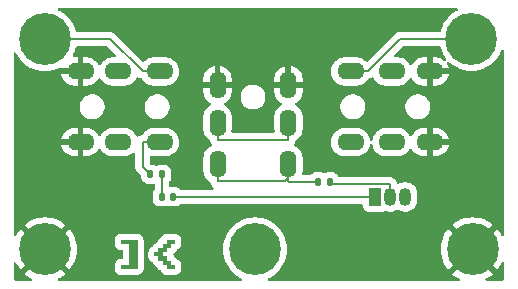
<source format=gbr>
%TF.GenerationSoftware,KiCad,Pcbnew,8.0.7+1*%
%TF.CreationDate,2025-02-03T22:01:07+01:00*%
%TF.ProjectId,passiveVCA,70617373-6976-4655-9643-412e6b696361,rev?*%
%TF.SameCoordinates,Original*%
%TF.FileFunction,Copper,L1,Top*%
%TF.FilePolarity,Positive*%
%FSLAX46Y46*%
G04 Gerber Fmt 4.6, Leading zero omitted, Abs format (unit mm)*
G04 Created by KiCad (PCBNEW 8.0.7+1) date 2025-02-03 22:01:07*
%MOMM*%
%LPD*%
G01*
G04 APERTURE LIST*
G04 Aperture macros list*
%AMRoundRect*
0 Rectangle with rounded corners*
0 $1 Rounding radius*
0 $2 $3 $4 $5 $6 $7 $8 $9 X,Y pos of 4 corners*
0 Add a 4 corners polygon primitive as box body*
4,1,4,$2,$3,$4,$5,$6,$7,$8,$9,$2,$3,0*
0 Add four circle primitives for the rounded corners*
1,1,$1+$1,$2,$3*
1,1,$1+$1,$4,$5*
1,1,$1+$1,$6,$7*
1,1,$1+$1,$8,$9*
0 Add four rect primitives between the rounded corners*
20,1,$1+$1,$2,$3,$4,$5,0*
20,1,$1+$1,$4,$5,$6,$7,0*
20,1,$1+$1,$6,$7,$8,$9,0*
20,1,$1+$1,$8,$9,$2,$3,0*%
G04 Aperture macros list end*
%TA.AperFunction,EtchedComponent*%
%ADD10C,0.000000*%
%TD*%
%TA.AperFunction,ComponentPad*%
%ADD11C,2.600000*%
%TD*%
%TA.AperFunction,ConnectorPad*%
%ADD12C,4.400000*%
%TD*%
%TA.AperFunction,ComponentPad*%
%ADD13O,2.300000X1.400000*%
%TD*%
%TA.AperFunction,ComponentPad*%
%ADD14O,1.400000X2.300000*%
%TD*%
%TA.AperFunction,SMDPad,CuDef*%
%ADD15RoundRect,0.135000X-0.135000X-0.185000X0.135000X-0.185000X0.135000X0.185000X-0.135000X0.185000X0*%
%TD*%
%TA.AperFunction,ComponentPad*%
%ADD16O,1.050000X1.500000*%
%TD*%
%TA.AperFunction,ComponentPad*%
%ADD17R,1.050000X1.500000*%
%TD*%
%TA.AperFunction,SMDPad,CuDef*%
%ADD18RoundRect,0.140000X-0.140000X-0.170000X0.140000X-0.170000X0.140000X0.170000X-0.140000X0.170000X0*%
%TD*%
%TA.AperFunction,Conductor*%
%ADD19C,0.200000*%
%TD*%
G04 APERTURE END LIST*
D10*
%TA.AperFunction,EtchedComponent*%
%TO.C,REF\u002A\u002A*%
G36*
X99911426Y-90341793D02*
G01*
X99557855Y-90341793D01*
X99557855Y-90695358D01*
X99204284Y-90695358D01*
X99204284Y-91048924D01*
X98850714Y-91048924D01*
X98850714Y-91402490D01*
X99204284Y-91402490D01*
X99204284Y-91756055D01*
X99557855Y-91756055D01*
X99557855Y-92109621D01*
X99911426Y-92109621D01*
X99911426Y-92463187D01*
X99204284Y-92463187D01*
X99204284Y-92109621D01*
X98850714Y-92109621D01*
X98850714Y-91756055D01*
X98497143Y-91756055D01*
X98497143Y-91402490D01*
X98143572Y-91402490D01*
X98143572Y-91048924D01*
X98497143Y-91048924D01*
X98497143Y-90695358D01*
X98850714Y-90695358D01*
X98850714Y-90341793D01*
X99204284Y-90341793D01*
X99204284Y-89988227D01*
X99911426Y-89988227D01*
X99911426Y-90341793D01*
G37*
%TD.AperFunction*%
%TA.AperFunction,EtchedComponent*%
G36*
X96729287Y-92463227D02*
G01*
X95314999Y-92463227D01*
X95314999Y-92109661D01*
X96022140Y-92109661D01*
X96022140Y-90341813D01*
X95314999Y-90341813D01*
X95314999Y-89988227D01*
X96729287Y-89988227D01*
X96729287Y-92463227D01*
G37*
%TD.AperFunction*%
%TD*%
D11*
%TO.P,H5,1,1*%
%TO.N,GND*%
X88900000Y-90805000D03*
D12*
X88900000Y-90805000D03*
%TD*%
D11*
%TO.P,H4,1,1*%
%TO.N,GND*%
X125095000Y-90805000D03*
D12*
X125095000Y-90805000D03*
%TD*%
D11*
%TO.P,H3,1,1*%
%TO.N,Net-(Q1-E)*%
X125000000Y-73000000D03*
D12*
X125000000Y-73000000D03*
%TD*%
D11*
%TO.P,H2,1,1*%
%TO.N,Net-(H2-Pad1)*%
X106680000Y-90805000D03*
D12*
X106680000Y-90805000D03*
%TD*%
%TO.P,H1,1,1*%
%TO.N,Net-(H1-Pad1)*%
X88900000Y-73025000D03*
D11*
X88900000Y-73025000D03*
%TD*%
D13*
%TO.P,U3,1,1*%
%TO.N,GND*%
X121460013Y-75740000D03*
%TO.P,U3,2,2*%
%TO.N,unconnected-(U3-Pad2)*%
X118260114Y-75740000D03*
%TO.P,U3,3,3*%
%TO.N,Net-(Q1-E)*%
X114759987Y-75740000D03*
X114759987Y-81740000D03*
%TO.P,U3,2,2*%
%TO.N,unconnected-(U3-Pad2)*%
X118260114Y-81740000D03*
%TO.P,U3,1,1*%
%TO.N,GND*%
X121460013Y-81740000D03*
%TD*%
D14*
%TO.P,U2,1,1*%
%TO.N,GND*%
X109500000Y-76899987D03*
%TO.P,U2,2,2*%
%TO.N,unconnected-(U2-Pad2)*%
X109500000Y-80099886D03*
%TO.P,U2,3,3*%
%TO.N,Net-(H2-Pad1)*%
X109500000Y-83600013D03*
X103500000Y-83600013D03*
%TO.P,U2,2,2*%
%TO.N,unconnected-(U2-Pad2)*%
X103500000Y-80099886D03*
%TO.P,U2,1,1*%
%TO.N,GND*%
X103500000Y-76899987D03*
%TD*%
D15*
%TO.P,R1,1*%
%TO.N,Net-(H1-Pad1)*%
X97790000Y-84455000D03*
%TO.P,R1,2*%
%TO.N,Net-(C1-Pad1)*%
X98810000Y-84455000D03*
%TD*%
D16*
%TO.P,Q1,3,E*%
%TO.N,Net-(Q1-E)*%
X119380000Y-86360000D03*
%TO.P,Q1,2,B*%
%TO.N,Net-(Q1-B)*%
X118110000Y-86360000D03*
D17*
%TO.P,Q1,1,C*%
%TO.N,Net-(Q1-C)*%
X116840000Y-86360000D03*
%TD*%
D15*
%TO.P,R2,1*%
%TO.N,Net-(H2-Pad1)*%
X112010000Y-85090000D03*
%TO.P,R2,2*%
%TO.N,Net-(Q1-B)*%
X113030000Y-85090000D03*
%TD*%
D18*
%TO.P,C1,1*%
%TO.N,Net-(C1-Pad1)*%
X98810000Y-86360000D03*
%TO.P,C1,2*%
%TO.N,Net-(Q1-C)*%
X99770000Y-86360000D03*
%TD*%
D13*
%TO.P,U1,1,1*%
%TO.N,GND*%
X91900087Y-81740000D03*
%TO.P,U1,2,2*%
%TO.N,unconnected-(U1-Pad2)*%
X95099986Y-81740000D03*
%TO.P,U1,3,3*%
%TO.N,Net-(H1-Pad1)*%
X98600113Y-81740000D03*
X98600113Y-75740000D03*
%TO.P,U1,2,2*%
%TO.N,unconnected-(U1-Pad2)*%
X95099986Y-75740000D03*
%TO.P,U1,1,1*%
%TO.N,GND*%
X91900087Y-75740000D03*
%TD*%
D19*
%TO.N,Net-(H2-Pad1)*%
X109538300Y-85090000D02*
X109500000Y-85051700D01*
X112010000Y-85090000D02*
X109538300Y-85090000D01*
X109500000Y-83600000D02*
X109500000Y-84800800D01*
X109500000Y-84800800D02*
X109500000Y-85051700D01*
X109249100Y-85051700D02*
X103500000Y-85051700D01*
X109500000Y-84800800D02*
X109249100Y-85051700D01*
X103500000Y-83600000D02*
X103500000Y-85051700D01*
%TO.N,Net-(H1-Pad1)*%
X97148400Y-83813400D02*
X97790000Y-84455000D01*
X97148400Y-81740000D02*
X97148400Y-83813400D01*
X98600100Y-81740000D02*
X97148400Y-81740000D01*
X94433400Y-73025000D02*
X88900000Y-73025000D01*
X97148400Y-75740000D02*
X94433400Y-73025000D01*
X98600100Y-75740000D02*
X97148400Y-75740000D01*
%TO.N,unconnected-(U2-Pad2)*%
X109500000Y-81551600D02*
X103500000Y-81551600D01*
X109500000Y-80099900D02*
X109500000Y-81551600D01*
X103500000Y-80099900D02*
X103500000Y-81551600D01*
%TO.N,Net-(Q1-B)*%
X113248300Y-85308300D02*
X113030000Y-85090000D01*
X118110000Y-85308300D02*
X113248300Y-85308300D01*
X118110000Y-86360000D02*
X118110000Y-85308300D01*
%TO.N,Net-(Q1-E)*%
X118951700Y-73000000D02*
X125000000Y-73000000D01*
X116211700Y-75740000D02*
X118951700Y-73000000D01*
X114760000Y-75740000D02*
X116211700Y-75740000D01*
%TO.N,Net-(Q1-C)*%
X99770000Y-86360000D02*
X116840000Y-86360000D01*
%TO.N,Net-(C1-Pad1)*%
X98810000Y-86360000D02*
X98810000Y-84455000D01*
%TD*%
%TA.AperFunction,Conductor*%
%TO.N,GND*%
G36*
X88060967Y-91521602D02*
G01*
X88183398Y-91644033D01*
X88317262Y-91741290D01*
X87175030Y-92883522D01*
X87175030Y-92883523D01*
X87363423Y-93031118D01*
X87642956Y-93200101D01*
X87642958Y-93200102D01*
X87736993Y-93242424D01*
X87790047Y-93287888D01*
X87810100Y-93354819D01*
X87790784Y-93421965D01*
X87738233Y-93468010D01*
X87686102Y-93479500D01*
X86454642Y-93479500D01*
X86387603Y-93459815D01*
X86366961Y-93443181D01*
X86261819Y-93338039D01*
X86228334Y-93276716D01*
X86225500Y-93250358D01*
X86225500Y-92018898D01*
X86245185Y-91951859D01*
X86297989Y-91906104D01*
X86367147Y-91896160D01*
X86430703Y-91925185D01*
X86462576Y-91968007D01*
X86504897Y-92062041D01*
X86504898Y-92062043D01*
X86673881Y-92341576D01*
X86821476Y-92529968D01*
X87963708Y-91387736D01*
X88060967Y-91521602D01*
G37*
%TD.AperFunction*%
%TA.AperFunction,Conductor*%
G36*
X123796373Y-70370185D02*
G01*
X123842128Y-70422989D01*
X123852072Y-70492147D01*
X123823047Y-70555703D01*
X123780225Y-70587575D01*
X123742721Y-70604455D01*
X123701368Y-70629454D01*
X123463131Y-70773473D01*
X123205960Y-70974954D01*
X122974954Y-71205960D01*
X122773473Y-71463131D01*
X122604454Y-71742723D01*
X122604453Y-71742725D01*
X122574228Y-71809882D01*
X122550767Y-71862012D01*
X122470372Y-72040642D01*
X122470366Y-72040657D01*
X122385692Y-72312390D01*
X122346955Y-72370538D01*
X122282930Y-72398512D01*
X122267307Y-72399500D01*
X119030757Y-72399500D01*
X118872643Y-72399500D01*
X118719915Y-72440423D01*
X118719914Y-72440423D01*
X118719912Y-72440424D01*
X118719909Y-72440425D01*
X118669796Y-72469359D01*
X118669795Y-72469360D01*
X118626497Y-72494358D01*
X118582985Y-72519479D01*
X118582982Y-72519481D01*
X116222788Y-74879676D01*
X116161465Y-74913161D01*
X116091773Y-74908177D01*
X116047426Y-74879676D01*
X115992062Y-74824312D01*
X115992060Y-74824310D01*
X115839186Y-74713240D01*
X115832397Y-74709781D01*
X115670823Y-74627454D01*
X115491105Y-74569059D01*
X115304473Y-74539500D01*
X115304468Y-74539500D01*
X114215506Y-74539500D01*
X114215501Y-74539500D01*
X114028868Y-74569059D01*
X113849150Y-74627454D01*
X113680787Y-74713240D01*
X113593566Y-74776610D01*
X113527914Y-74824310D01*
X113527912Y-74824312D01*
X113527911Y-74824312D01*
X113394299Y-74957924D01*
X113394299Y-74957925D01*
X113394297Y-74957927D01*
X113349625Y-75019413D01*
X113283227Y-75110800D01*
X113197441Y-75279163D01*
X113139046Y-75458881D01*
X113109487Y-75645513D01*
X113109487Y-75834486D01*
X113139046Y-76021118D01*
X113197441Y-76200836D01*
X113268435Y-76340168D01*
X113283227Y-76369199D01*
X113394297Y-76522073D01*
X113527914Y-76655690D01*
X113680788Y-76766760D01*
X113760334Y-76807290D01*
X113849150Y-76852545D01*
X113849152Y-76852545D01*
X113849155Y-76852547D01*
X113945484Y-76883846D01*
X114028868Y-76910940D01*
X114215501Y-76940500D01*
X114215506Y-76940500D01*
X115304473Y-76940500D01*
X115491105Y-76910940D01*
X115555991Y-76889857D01*
X115670819Y-76852547D01*
X115839186Y-76766760D01*
X115992060Y-76655690D01*
X116125677Y-76522073D01*
X116223772Y-76387056D01*
X116279101Y-76344392D01*
X116291979Y-76340173D01*
X116443485Y-76299577D01*
X116493604Y-76270639D01*
X116565528Y-76229114D01*
X116633428Y-76212644D01*
X116699454Y-76235497D01*
X116738010Y-76280207D01*
X116783354Y-76369199D01*
X116894424Y-76522073D01*
X117028041Y-76655690D01*
X117180915Y-76766760D01*
X117260461Y-76807290D01*
X117349277Y-76852545D01*
X117349279Y-76852545D01*
X117349282Y-76852547D01*
X117445611Y-76883846D01*
X117528995Y-76910940D01*
X117715628Y-76940500D01*
X117715633Y-76940500D01*
X118804600Y-76940500D01*
X118991232Y-76910940D01*
X119056118Y-76889857D01*
X119170946Y-76852547D01*
X119339313Y-76766760D01*
X119492187Y-76655690D01*
X119625804Y-76522073D01*
X119736874Y-76369199D01*
X119749859Y-76343713D01*
X119797832Y-76292918D01*
X119865652Y-76276122D01*
X119931788Y-76298658D01*
X119970829Y-76343714D01*
X119983681Y-76368938D01*
X120094698Y-76521741D01*
X120094702Y-76521746D01*
X120228266Y-76655310D01*
X120228271Y-76655314D01*
X120381072Y-76766329D01*
X120549375Y-76852085D01*
X120729010Y-76910451D01*
X120915566Y-76940000D01*
X121210013Y-76940000D01*
X121210013Y-76140000D01*
X121710013Y-76140000D01*
X121710013Y-76940000D01*
X122004460Y-76940000D01*
X122191015Y-76910451D01*
X122370650Y-76852085D01*
X122538953Y-76766329D01*
X122691754Y-76655314D01*
X122691759Y-76655310D01*
X122825323Y-76521746D01*
X122825327Y-76521741D01*
X122936342Y-76368940D01*
X123022098Y-76200637D01*
X123080464Y-76021002D01*
X123085375Y-75990000D01*
X122125699Y-75990000D01*
X122130093Y-75985606D01*
X122182754Y-75894394D01*
X122210013Y-75792661D01*
X122210013Y-75687339D01*
X122182754Y-75585606D01*
X122130093Y-75494394D01*
X122125699Y-75490000D01*
X123085375Y-75490000D01*
X123080464Y-75458997D01*
X123022098Y-75279362D01*
X122936342Y-75111059D01*
X122917569Y-75085219D01*
X122894089Y-75019413D01*
X122909915Y-74951359D01*
X122960020Y-74902664D01*
X123028498Y-74888789D01*
X123093607Y-74914138D01*
X123105568Y-74924653D01*
X123205960Y-75025045D01*
X123463131Y-75226526D01*
X123463134Y-75226528D01*
X123463137Y-75226530D01*
X123742721Y-75395545D01*
X124040639Y-75529627D01*
X124040652Y-75529631D01*
X124040657Y-75529633D01*
X124352547Y-75626821D01*
X124673896Y-75685710D01*
X125000000Y-75705436D01*
X125326104Y-75685710D01*
X125647453Y-75626821D01*
X125959361Y-75529627D01*
X126257279Y-75395545D01*
X126536863Y-75226530D01*
X126794036Y-75025048D01*
X127025048Y-74794036D01*
X127226530Y-74536863D01*
X127395545Y-74257279D01*
X127529627Y-73959361D01*
X127529628Y-73959354D01*
X127531164Y-73955944D01*
X127531997Y-73956319D01*
X127571739Y-73903837D01*
X127637338Y-73879782D01*
X127705527Y-73895011D01*
X127754659Y-73944689D01*
X127769500Y-74003513D01*
X127769500Y-89591101D01*
X127749815Y-89658140D01*
X127697011Y-89703895D01*
X127627853Y-89713839D01*
X127564297Y-89684814D01*
X127532424Y-89641992D01*
X127490103Y-89547958D01*
X127490101Y-89547956D01*
X127321118Y-89268423D01*
X127173522Y-89080030D01*
X126031290Y-90222262D01*
X125934033Y-90088398D01*
X125811602Y-89965967D01*
X125677736Y-89868709D01*
X126819968Y-88726476D01*
X126631576Y-88578881D01*
X126352043Y-88409898D01*
X126352041Y-88409897D01*
X126054175Y-88275839D01*
X126054164Y-88275835D01*
X125742341Y-88178667D01*
X125421038Y-88119786D01*
X125095000Y-88100065D01*
X124768961Y-88119786D01*
X124447658Y-88178667D01*
X124135835Y-88275835D01*
X124135824Y-88275839D01*
X123837958Y-88409897D01*
X123837956Y-88409898D01*
X123558422Y-88578881D01*
X123558416Y-88578886D01*
X123370030Y-88726474D01*
X123370029Y-88726476D01*
X124512262Y-89868709D01*
X124378398Y-89965967D01*
X124255967Y-90088398D01*
X124158709Y-90222262D01*
X123016476Y-89080029D01*
X123016474Y-89080030D01*
X122868886Y-89268416D01*
X122868881Y-89268422D01*
X122699898Y-89547956D01*
X122699897Y-89547958D01*
X122565839Y-89845824D01*
X122565835Y-89845835D01*
X122468667Y-90157658D01*
X122409786Y-90478961D01*
X122390065Y-90805000D01*
X122409786Y-91131038D01*
X122468667Y-91452341D01*
X122565835Y-91764164D01*
X122565839Y-91764175D01*
X122699897Y-92062041D01*
X122699898Y-92062043D01*
X122868881Y-92341576D01*
X123016476Y-92529968D01*
X124158708Y-91387736D01*
X124255967Y-91521602D01*
X124378398Y-91644033D01*
X124512262Y-91741290D01*
X123370030Y-92883522D01*
X123370030Y-92883523D01*
X123558423Y-93031118D01*
X123837956Y-93200101D01*
X123837958Y-93200102D01*
X123931993Y-93242424D01*
X123985047Y-93287888D01*
X124005100Y-93354819D01*
X123985784Y-93421965D01*
X123933233Y-93468010D01*
X123881102Y-93479500D01*
X107895118Y-93479500D01*
X107828079Y-93459815D01*
X107782324Y-93407011D01*
X107772380Y-93337853D01*
X107801405Y-93274297D01*
X107844225Y-93242424D01*
X107937279Y-93200545D01*
X108216863Y-93031530D01*
X108474036Y-92830048D01*
X108705048Y-92599036D01*
X108906530Y-92341863D01*
X109075545Y-92062279D01*
X109209627Y-91764361D01*
X109306821Y-91452453D01*
X109365710Y-91131104D01*
X109385436Y-90805000D01*
X109365710Y-90478896D01*
X109306821Y-90157547D01*
X109245189Y-89959762D01*
X109209633Y-89845657D01*
X109209631Y-89845652D01*
X109209627Y-89845639D01*
X109075545Y-89547721D01*
X108906530Y-89268137D01*
X108906528Y-89268134D01*
X108906526Y-89268131D01*
X108705045Y-89010960D01*
X108474039Y-88779954D01*
X108216868Y-88578473D01*
X108209306Y-88573901D01*
X107937279Y-88409455D01*
X107639361Y-88275373D01*
X107639354Y-88275370D01*
X107639342Y-88275366D01*
X107327452Y-88178178D01*
X107006099Y-88119289D01*
X106680000Y-88099564D01*
X106353900Y-88119289D01*
X106032547Y-88178178D01*
X105720657Y-88275366D01*
X105720641Y-88275372D01*
X105720639Y-88275373D01*
X105422721Y-88409455D01*
X105352825Y-88451708D01*
X105143131Y-88578473D01*
X104885960Y-88779954D01*
X104654954Y-89010960D01*
X104453473Y-89268131D01*
X104284454Y-89547723D01*
X104284453Y-89547725D01*
X104258137Y-89606198D01*
X104180711Y-89778232D01*
X104150372Y-89845642D01*
X104150366Y-89845657D01*
X104053178Y-90157547D01*
X103994289Y-90478900D01*
X103974564Y-90805000D01*
X103994289Y-91131099D01*
X104053178Y-91452452D01*
X104150366Y-91764342D01*
X104150370Y-91764354D01*
X104150373Y-91764361D01*
X104284455Y-92062279D01*
X104429568Y-92302325D01*
X104453473Y-92341868D01*
X104654954Y-92599039D01*
X104885960Y-92830045D01*
X105143131Y-93031526D01*
X105143134Y-93031528D01*
X105143137Y-93031530D01*
X105422721Y-93200545D01*
X105515773Y-93242424D01*
X105568828Y-93287888D01*
X105588880Y-93354819D01*
X105569564Y-93421965D01*
X105517012Y-93468010D01*
X105464882Y-93479500D01*
X90113898Y-93479500D01*
X90046859Y-93459815D01*
X90001104Y-93407011D01*
X89991160Y-93337853D01*
X90020185Y-93274297D01*
X90063007Y-93242424D01*
X90157041Y-93200102D01*
X90157043Y-93200101D01*
X90436586Y-93031112D01*
X90624968Y-92883523D01*
X90624968Y-92883522D01*
X89482736Y-91741290D01*
X89616602Y-91644033D01*
X89739033Y-91521602D01*
X89836290Y-91387736D01*
X90978522Y-92529968D01*
X90978523Y-92529968D01*
X91126112Y-92341586D01*
X91295101Y-92062043D01*
X91295102Y-92062041D01*
X91429160Y-91764175D01*
X91429164Y-91764164D01*
X91526332Y-91452341D01*
X91585213Y-91131038D01*
X91604934Y-90805000D01*
X91585213Y-90478961D01*
X91526332Y-90157658D01*
X91473535Y-89988226D01*
X94809499Y-89988226D01*
X94809499Y-90341815D01*
X94814643Y-90413753D01*
X94843337Y-90511473D01*
X94853891Y-90547416D01*
X94855181Y-90551807D01*
X94932966Y-90672843D01*
X94932970Y-90672847D01*
X95041699Y-90767062D01*
X95041705Y-90767067D01*
X95060462Y-90775633D01*
X95172579Y-90826836D01*
X95172582Y-90826836D01*
X95172583Y-90826837D01*
X95314999Y-90847313D01*
X95392640Y-90847313D01*
X95459679Y-90866998D01*
X95505434Y-90919802D01*
X95516640Y-90971313D01*
X95516640Y-91480161D01*
X95496955Y-91547200D01*
X95444151Y-91592955D01*
X95392640Y-91604161D01*
X95314996Y-91604161D01*
X95243058Y-91609305D01*
X95105004Y-91649843D01*
X94983968Y-91727628D01*
X94983964Y-91727632D01*
X94889749Y-91836361D01*
X94889743Y-91836370D01*
X94829975Y-91967241D01*
X94829974Y-91967246D01*
X94809499Y-92109660D01*
X94809499Y-92463229D01*
X94814643Y-92535167D01*
X94840665Y-92623787D01*
X94855169Y-92673182D01*
X94855181Y-92673221D01*
X94932966Y-92794257D01*
X94932970Y-92794261D01*
X95035982Y-92883522D01*
X95041705Y-92888481D01*
X95082173Y-92906962D01*
X95172579Y-92948250D01*
X95172582Y-92948250D01*
X95172583Y-92948251D01*
X95314999Y-92968727D01*
X95315002Y-92968727D01*
X96729287Y-92968727D01*
X96801227Y-92963582D01*
X96939279Y-92923046D01*
X97060319Y-92845258D01*
X97154541Y-92736521D01*
X97214311Y-92605643D01*
X97234787Y-92463227D01*
X97234787Y-91048923D01*
X97638072Y-91048923D01*
X97638072Y-91402492D01*
X97643216Y-91474430D01*
X97671910Y-91572150D01*
X97682820Y-91609306D01*
X97683754Y-91612484D01*
X97761539Y-91733520D01*
X97761543Y-91733524D01*
X97813552Y-91778590D01*
X97870278Y-91827744D01*
X97870282Y-91827746D01*
X97870284Y-91827747D01*
X97964782Y-91870903D01*
X98017586Y-91916657D01*
X98032247Y-91948758D01*
X98037323Y-91966044D01*
X98037326Y-91966050D01*
X98115110Y-92087085D01*
X98115114Y-92087089D01*
X98223843Y-92181304D01*
X98223849Y-92181309D01*
X98223853Y-92181311D01*
X98223855Y-92181312D01*
X98318353Y-92224468D01*
X98371157Y-92270222D01*
X98385818Y-92302325D01*
X98390892Y-92319607D01*
X98390897Y-92319616D01*
X98468681Y-92440651D01*
X98468685Y-92440655D01*
X98494737Y-92463229D01*
X98577420Y-92534875D01*
X98671925Y-92578034D01*
X98724727Y-92623787D01*
X98739389Y-92655891D01*
X98744465Y-92673178D01*
X98744467Y-92673182D01*
X98822251Y-92794217D01*
X98822255Y-92794221D01*
X98881156Y-92845259D01*
X98930990Y-92888441D01*
X98971458Y-92906922D01*
X99061864Y-92948210D01*
X99061867Y-92948210D01*
X99061868Y-92948211D01*
X99204284Y-92968687D01*
X99204287Y-92968687D01*
X99911426Y-92968687D01*
X99983366Y-92963542D01*
X100121418Y-92923006D01*
X100242458Y-92845218D01*
X100336680Y-92736481D01*
X100388146Y-92623787D01*
X100396449Y-92605606D01*
X100396450Y-92605601D01*
X100416926Y-92463187D01*
X100416926Y-92109621D01*
X100411781Y-92037681D01*
X100371245Y-91899629D01*
X100325044Y-91827739D01*
X100293458Y-91778590D01*
X100293454Y-91778586D01*
X100184725Y-91684371D01*
X100184723Y-91684370D01*
X100184720Y-91684367D01*
X100152243Y-91669535D01*
X100090214Y-91641207D01*
X100037410Y-91595452D01*
X100022749Y-91563347D01*
X100017675Y-91546066D01*
X100017674Y-91546065D01*
X100017674Y-91546063D01*
X99939886Y-91425023D01*
X99939883Y-91425020D01*
X99831151Y-91330802D01*
X99825177Y-91326963D01*
X99779422Y-91274159D01*
X99769479Y-91205000D01*
X99798505Y-91141445D01*
X99825175Y-91118333D01*
X99888887Y-91077389D01*
X99983109Y-90968652D01*
X100026265Y-90874151D01*
X100072018Y-90821351D01*
X100104120Y-90806690D01*
X100121418Y-90801612D01*
X100242458Y-90723824D01*
X100336680Y-90615087D01*
X100396450Y-90484209D01*
X100416926Y-90341793D01*
X100416926Y-89988227D01*
X100411781Y-89916287D01*
X100371245Y-89778235D01*
X100324180Y-89705000D01*
X100293458Y-89657196D01*
X100293454Y-89657192D01*
X100184725Y-89562977D01*
X100184723Y-89562975D01*
X100184720Y-89562973D01*
X100184716Y-89562971D01*
X100053845Y-89503203D01*
X100053840Y-89503202D01*
X99911426Y-89482727D01*
X99204284Y-89482727D01*
X99204281Y-89482727D01*
X99132343Y-89487871D01*
X98994289Y-89528409D01*
X98873253Y-89606194D01*
X98873249Y-89606198D01*
X98779034Y-89714927D01*
X98779028Y-89714936D01*
X98735874Y-89809431D01*
X98690119Y-89862235D01*
X98658017Y-89876895D01*
X98640727Y-89881972D01*
X98640718Y-89881976D01*
X98519683Y-89959760D01*
X98519679Y-89959764D01*
X98425464Y-90068493D01*
X98425457Y-90068503D01*
X98382304Y-90162995D01*
X98336549Y-90215799D01*
X98304450Y-90230459D01*
X98287152Y-90235538D01*
X98287147Y-90235541D01*
X98166112Y-90313325D01*
X98166108Y-90313329D01*
X98071893Y-90422058D01*
X98071887Y-90422068D01*
X98028733Y-90516561D01*
X97982978Y-90569365D01*
X97950879Y-90584025D01*
X97933581Y-90589104D01*
X97933576Y-90589107D01*
X97812541Y-90666891D01*
X97812537Y-90666895D01*
X97718322Y-90775624D01*
X97718316Y-90775633D01*
X97658548Y-90906504D01*
X97658547Y-90906509D01*
X97638072Y-91048923D01*
X97234787Y-91048923D01*
X97234787Y-89988227D01*
X97229642Y-89916287D01*
X97189106Y-89778235D01*
X97142041Y-89705000D01*
X97111319Y-89657196D01*
X97111315Y-89657192D01*
X97002586Y-89562977D01*
X97002584Y-89562975D01*
X97002581Y-89562973D01*
X97002577Y-89562971D01*
X96871706Y-89503203D01*
X96871701Y-89503202D01*
X96729287Y-89482727D01*
X95314999Y-89482727D01*
X95314996Y-89482727D01*
X95243058Y-89487871D01*
X95105004Y-89528409D01*
X94983968Y-89606194D01*
X94983964Y-89606198D01*
X94889749Y-89714927D01*
X94889743Y-89714936D01*
X94829975Y-89845807D01*
X94829974Y-89845812D01*
X94809499Y-89988226D01*
X91473535Y-89988226D01*
X91429164Y-89845835D01*
X91429160Y-89845824D01*
X91295102Y-89547958D01*
X91295101Y-89547956D01*
X91126118Y-89268423D01*
X90978522Y-89080030D01*
X89836290Y-90222262D01*
X89739033Y-90088398D01*
X89616602Y-89965967D01*
X89482736Y-89868709D01*
X90624968Y-88726476D01*
X90436576Y-88578881D01*
X90157043Y-88409898D01*
X90157041Y-88409897D01*
X89859175Y-88275839D01*
X89859164Y-88275835D01*
X89547341Y-88178667D01*
X89226038Y-88119786D01*
X88900000Y-88100065D01*
X88573961Y-88119786D01*
X88252658Y-88178667D01*
X87940835Y-88275835D01*
X87940824Y-88275839D01*
X87642958Y-88409897D01*
X87642956Y-88409898D01*
X87363422Y-88578881D01*
X87363416Y-88578886D01*
X87175030Y-88726474D01*
X87175029Y-88726476D01*
X88317262Y-89868709D01*
X88183398Y-89965967D01*
X88060967Y-90088398D01*
X87963709Y-90222262D01*
X86821476Y-89080029D01*
X86821474Y-89080030D01*
X86673886Y-89268416D01*
X86673881Y-89268422D01*
X86504898Y-89547956D01*
X86504896Y-89547958D01*
X86462576Y-89641992D01*
X86417111Y-89695047D01*
X86350181Y-89715099D01*
X86283034Y-89695783D01*
X86236990Y-89643231D01*
X86225500Y-89591101D01*
X86225500Y-81490000D01*
X90274725Y-81490000D01*
X91234401Y-81490000D01*
X91230007Y-81494394D01*
X91177346Y-81585606D01*
X91150087Y-81687339D01*
X91150087Y-81792661D01*
X91177346Y-81894394D01*
X91230007Y-81985606D01*
X91234401Y-81990000D01*
X90274725Y-81990000D01*
X90279635Y-82021002D01*
X90338001Y-82200637D01*
X90423757Y-82368940D01*
X90534772Y-82521741D01*
X90534776Y-82521746D01*
X90668340Y-82655310D01*
X90668345Y-82655314D01*
X90821146Y-82766329D01*
X90989449Y-82852085D01*
X91169084Y-82910451D01*
X91355640Y-82940000D01*
X91650087Y-82940000D01*
X91650087Y-82140000D01*
X92150087Y-82140000D01*
X92150087Y-82940000D01*
X92444534Y-82940000D01*
X92631089Y-82910451D01*
X92810724Y-82852085D01*
X92979027Y-82766329D01*
X93131828Y-82655314D01*
X93131833Y-82655310D01*
X93265397Y-82521746D01*
X93265401Y-82521741D01*
X93376416Y-82368941D01*
X93389268Y-82343717D01*
X93437241Y-82292919D01*
X93505062Y-82276122D01*
X93571197Y-82298657D01*
X93610239Y-82343712D01*
X93623224Y-82369196D01*
X93623226Y-82369199D01*
X93734296Y-82522073D01*
X93867913Y-82655690D01*
X94020787Y-82766760D01*
X94100333Y-82807290D01*
X94189149Y-82852545D01*
X94189151Y-82852545D01*
X94189154Y-82852547D01*
X94285483Y-82883846D01*
X94368867Y-82910940D01*
X94555500Y-82940500D01*
X94555505Y-82940500D01*
X95644472Y-82940500D01*
X95831104Y-82910940D01*
X95857812Y-82902262D01*
X96010818Y-82852547D01*
X96179185Y-82766760D01*
X96332059Y-82655690D01*
X96336219Y-82651530D01*
X96397542Y-82618045D01*
X96467234Y-82623029D01*
X96523167Y-82664901D01*
X96547584Y-82730365D01*
X96547900Y-82739211D01*
X96547900Y-83726730D01*
X96547899Y-83726748D01*
X96547899Y-83892454D01*
X96547898Y-83892454D01*
X96547899Y-83892457D01*
X96580897Y-84015607D01*
X96588824Y-84045187D01*
X96602869Y-84069513D01*
X96602870Y-84069515D01*
X96667877Y-84182112D01*
X96667881Y-84182117D01*
X96786749Y-84300985D01*
X96786755Y-84300990D01*
X96983181Y-84497416D01*
X97016666Y-84558739D01*
X97019500Y-84585096D01*
X97019500Y-84704168D01*
X97019501Y-84704192D01*
X97022335Y-84740205D01*
X97067129Y-84894388D01*
X97067131Y-84894393D01*
X97148863Y-85032595D01*
X97148869Y-85032603D01*
X97262396Y-85146130D01*
X97262400Y-85146133D01*
X97262402Y-85146135D01*
X97400607Y-85227869D01*
X97424013Y-85234669D01*
X97554791Y-85272664D01*
X97554794Y-85272664D01*
X97554796Y-85272665D01*
X97590819Y-85275500D01*
X97989180Y-85275499D01*
X98025204Y-85272665D01*
X98050905Y-85265198D01*
X98120773Y-85265397D01*
X98179444Y-85303338D01*
X98208288Y-85366976D01*
X98209500Y-85384274D01*
X98209500Y-85693333D01*
X98189815Y-85760372D01*
X98173181Y-85781014D01*
X98159887Y-85794307D01*
X98159881Y-85794315D01*
X98077505Y-85933606D01*
X98077504Y-85933609D01*
X98032357Y-86089002D01*
X98032356Y-86089008D01*
X98029500Y-86125302D01*
X98029500Y-86594697D01*
X98032356Y-86630991D01*
X98032357Y-86630997D01*
X98077504Y-86786390D01*
X98077505Y-86786393D01*
X98159881Y-86925684D01*
X98159887Y-86925692D01*
X98274307Y-87040112D01*
X98274311Y-87040115D01*
X98274313Y-87040117D01*
X98413605Y-87122494D01*
X98454587Y-87134400D01*
X98569002Y-87167642D01*
X98569005Y-87167642D01*
X98569007Y-87167643D01*
X98605310Y-87170500D01*
X98605318Y-87170500D01*
X99014682Y-87170500D01*
X99014690Y-87170500D01*
X99050993Y-87167643D01*
X99050995Y-87167642D01*
X99050997Y-87167642D01*
X99091975Y-87155736D01*
X99206395Y-87122494D01*
X99226879Y-87110379D01*
X99294601Y-87093196D01*
X99353119Y-87110379D01*
X99373605Y-87122494D01*
X99373607Y-87122494D01*
X99373608Y-87122495D01*
X99529002Y-87167642D01*
X99529005Y-87167642D01*
X99529007Y-87167643D01*
X99565310Y-87170500D01*
X99565318Y-87170500D01*
X99974682Y-87170500D01*
X99974690Y-87170500D01*
X100010993Y-87167643D01*
X100010995Y-87167642D01*
X100010997Y-87167642D01*
X100051975Y-87155736D01*
X100166395Y-87122494D01*
X100305687Y-87040117D01*
X100348984Y-86996820D01*
X100410307Y-86963334D01*
X100436666Y-86960500D01*
X115690501Y-86960500D01*
X115757540Y-86980185D01*
X115803295Y-87032989D01*
X115814501Y-87084500D01*
X115814501Y-87157876D01*
X115820908Y-87217483D01*
X115871202Y-87352328D01*
X115871206Y-87352335D01*
X115957452Y-87467544D01*
X115957455Y-87467547D01*
X116072664Y-87553793D01*
X116072671Y-87553797D01*
X116207517Y-87604091D01*
X116207516Y-87604091D01*
X116214444Y-87604835D01*
X116267127Y-87610500D01*
X117412872Y-87610499D01*
X117472483Y-87604091D01*
X117607331Y-87553796D01*
X117608430Y-87552972D01*
X117609717Y-87552492D01*
X117615112Y-87549547D01*
X117615535Y-87550322D01*
X117673887Y-87528552D01*
X117730198Y-87537673D01*
X117810873Y-87571091D01*
X117976777Y-87604091D01*
X118008992Y-87610499D01*
X118008996Y-87610500D01*
X118008997Y-87610500D01*
X118211004Y-87610500D01*
X118211005Y-87610499D01*
X118409127Y-87571091D01*
X118595756Y-87493786D01*
X118676110Y-87440094D01*
X118742786Y-87419217D01*
X118810166Y-87437701D01*
X118813865Y-87440078D01*
X118894244Y-87493786D01*
X119080873Y-87571091D01*
X119246777Y-87604091D01*
X119278992Y-87610499D01*
X119278996Y-87610500D01*
X119278997Y-87610500D01*
X119481004Y-87610500D01*
X119481005Y-87610499D01*
X119679127Y-87571091D01*
X119865756Y-87493786D01*
X120033718Y-87381558D01*
X120176558Y-87238718D01*
X120288786Y-87070756D01*
X120366091Y-86884127D01*
X120405500Y-86686003D01*
X120405500Y-86033997D01*
X120366091Y-85835873D01*
X120288786Y-85649244D01*
X120288784Y-85649241D01*
X120288782Y-85649237D01*
X120176558Y-85481281D01*
X120033718Y-85338441D01*
X119865762Y-85226217D01*
X119865752Y-85226212D01*
X119679127Y-85148909D01*
X119679119Y-85148907D01*
X119481007Y-85109500D01*
X119481003Y-85109500D01*
X119278997Y-85109500D01*
X119278992Y-85109500D01*
X119080880Y-85148907D01*
X119080872Y-85148909D01*
X118894243Y-85226213D01*
X118881589Y-85234669D01*
X118814910Y-85255545D01*
X118747531Y-85237058D01*
X118700842Y-85185078D01*
X118692928Y-85163663D01*
X118669577Y-85076516D01*
X118644220Y-85032596D01*
X118590524Y-84939590D01*
X118590518Y-84939582D01*
X118478717Y-84827781D01*
X118478709Y-84827775D01*
X118341790Y-84748726D01*
X118341786Y-84748724D01*
X118341784Y-84748723D01*
X118189057Y-84707800D01*
X118189056Y-84707800D01*
X113857421Y-84707800D01*
X113790382Y-84688115D01*
X113750689Y-84646921D01*
X113714126Y-84585096D01*
X113671135Y-84512402D01*
X113671133Y-84512400D01*
X113671130Y-84512396D01*
X113557603Y-84398869D01*
X113557595Y-84398863D01*
X113419393Y-84317131D01*
X113419388Y-84317129D01*
X113265208Y-84272335D01*
X113265202Y-84272334D01*
X113229181Y-84269500D01*
X112830830Y-84269500D01*
X112830808Y-84269501D01*
X112794794Y-84272335D01*
X112640611Y-84317129D01*
X112640604Y-84317132D01*
X112583119Y-84351128D01*
X112515395Y-84368309D01*
X112456881Y-84351128D01*
X112399395Y-84317132D01*
X112399388Y-84317129D01*
X112245208Y-84272335D01*
X112245202Y-84272334D01*
X112209181Y-84269500D01*
X111810830Y-84269500D01*
X111810808Y-84269501D01*
X111774794Y-84272335D01*
X111620611Y-84317129D01*
X111620606Y-84317131D01*
X111482404Y-84398863D01*
X111482400Y-84398866D01*
X111464256Y-84417011D01*
X111428084Y-84453182D01*
X111366764Y-84486666D01*
X111340405Y-84489500D01*
X110790154Y-84489500D01*
X110723115Y-84469815D01*
X110677360Y-84417011D01*
X110667416Y-84347853D01*
X110670180Y-84335956D01*
X110669803Y-84335866D01*
X110670936Y-84331142D01*
X110670940Y-84331131D01*
X110689201Y-84215837D01*
X110700500Y-84144499D01*
X110700500Y-83055526D01*
X110670940Y-82868894D01*
X110628803Y-82739211D01*
X110612547Y-82689181D01*
X110612545Y-82689178D01*
X110612545Y-82689176D01*
X110558895Y-82583883D01*
X110526760Y-82520814D01*
X110415690Y-82367940D01*
X110282073Y-82234323D01*
X110129199Y-82123253D01*
X110108568Y-82112741D01*
X110040209Y-82077910D01*
X109989413Y-82029935D01*
X109972618Y-81962114D01*
X109989117Y-81905425D01*
X109995486Y-81894394D01*
X110059577Y-81783384D01*
X110096519Y-81645513D01*
X113109487Y-81645513D01*
X113109487Y-81834486D01*
X113139046Y-82021118D01*
X113197441Y-82200836D01*
X113277166Y-82357303D01*
X113283227Y-82369199D01*
X113394297Y-82522073D01*
X113527914Y-82655690D01*
X113680788Y-82766760D01*
X113760334Y-82807290D01*
X113849150Y-82852545D01*
X113849152Y-82852545D01*
X113849155Y-82852547D01*
X113945484Y-82883846D01*
X114028868Y-82910940D01*
X114215501Y-82940500D01*
X114215506Y-82940500D01*
X115304473Y-82940500D01*
X115491105Y-82910940D01*
X115517813Y-82902262D01*
X115670819Y-82852547D01*
X115839186Y-82766760D01*
X115992060Y-82655690D01*
X116125677Y-82522073D01*
X116236747Y-82369199D01*
X116322534Y-82200832D01*
X116380927Y-82021118D01*
X116387577Y-81979127D01*
X116417505Y-81915995D01*
X116476816Y-81879064D01*
X116546679Y-81880060D01*
X116604912Y-81918670D01*
X116632523Y-81979128D01*
X116639174Y-82021119D01*
X116697568Y-82200836D01*
X116777293Y-82357303D01*
X116783354Y-82369199D01*
X116894424Y-82522073D01*
X117028041Y-82655690D01*
X117180915Y-82766760D01*
X117260461Y-82807290D01*
X117349277Y-82852545D01*
X117349279Y-82852545D01*
X117349282Y-82852547D01*
X117445611Y-82883846D01*
X117528995Y-82910940D01*
X117715628Y-82940500D01*
X117715633Y-82940500D01*
X118804600Y-82940500D01*
X118991232Y-82910940D01*
X119017940Y-82902262D01*
X119170946Y-82852547D01*
X119339313Y-82766760D01*
X119492187Y-82655690D01*
X119625804Y-82522073D01*
X119736874Y-82369199D01*
X119749859Y-82343713D01*
X119797832Y-82292918D01*
X119865652Y-82276122D01*
X119931788Y-82298658D01*
X119970829Y-82343714D01*
X119983681Y-82368938D01*
X120094698Y-82521741D01*
X120094702Y-82521746D01*
X120228266Y-82655310D01*
X120228271Y-82655314D01*
X120381072Y-82766329D01*
X120549375Y-82852085D01*
X120729010Y-82910451D01*
X120915566Y-82940000D01*
X121210013Y-82940000D01*
X121210013Y-82140000D01*
X121710013Y-82140000D01*
X121710013Y-82940000D01*
X122004460Y-82940000D01*
X122191015Y-82910451D01*
X122370650Y-82852085D01*
X122538953Y-82766329D01*
X122691754Y-82655314D01*
X122691759Y-82655310D01*
X122825323Y-82521746D01*
X122825327Y-82521741D01*
X122936342Y-82368940D01*
X123022098Y-82200637D01*
X123080464Y-82021002D01*
X123085375Y-81990000D01*
X122125699Y-81990000D01*
X122130093Y-81985606D01*
X122182754Y-81894394D01*
X122210013Y-81792661D01*
X122210013Y-81687339D01*
X122182754Y-81585606D01*
X122130093Y-81494394D01*
X122125699Y-81490000D01*
X123085375Y-81490000D01*
X123080464Y-81458997D01*
X123022098Y-81279362D01*
X122936342Y-81111059D01*
X122825327Y-80958258D01*
X122825323Y-80958253D01*
X122691759Y-80824689D01*
X122691754Y-80824685D01*
X122538953Y-80713670D01*
X122370650Y-80627914D01*
X122191015Y-80569548D01*
X122004460Y-80540000D01*
X121710013Y-80540000D01*
X121710013Y-81340000D01*
X121210013Y-81340000D01*
X121210013Y-80540000D01*
X120915566Y-80540000D01*
X120729010Y-80569548D01*
X120549375Y-80627914D01*
X120381072Y-80713670D01*
X120228271Y-80824685D01*
X120228266Y-80824689D01*
X120094702Y-80958253D01*
X120094698Y-80958258D01*
X119983681Y-81111061D01*
X119970828Y-81136287D01*
X119922853Y-81187082D01*
X119855032Y-81203877D01*
X119788897Y-81181339D01*
X119749859Y-81136286D01*
X119737005Y-81111059D01*
X119736874Y-81110801D01*
X119625804Y-80957927D01*
X119492187Y-80824310D01*
X119339313Y-80713240D01*
X119170950Y-80627454D01*
X118991232Y-80569059D01*
X118804600Y-80539500D01*
X118804595Y-80539500D01*
X117715633Y-80539500D01*
X117715628Y-80539500D01*
X117528995Y-80569059D01*
X117349277Y-80627454D01*
X117180914Y-80713240D01*
X117093693Y-80776610D01*
X117028041Y-80824310D01*
X117028039Y-80824312D01*
X117028038Y-80824312D01*
X116894426Y-80957924D01*
X116894426Y-80957925D01*
X116894424Y-80957927D01*
X116894184Y-80958258D01*
X116783354Y-81110800D01*
X116697568Y-81279163D01*
X116639174Y-81458880D01*
X116632523Y-81500871D01*
X116602593Y-81564006D01*
X116543281Y-81600936D01*
X116473418Y-81599938D01*
X116415186Y-81561327D01*
X116387577Y-81500871D01*
X116380927Y-81458882D01*
X116368267Y-81419920D01*
X116351157Y-81367259D01*
X116322534Y-81279168D01*
X116322532Y-81279165D01*
X116322532Y-81279163D01*
X116249733Y-81136288D01*
X116236747Y-81110801D01*
X116125677Y-80957927D01*
X115992060Y-80824310D01*
X115839186Y-80713240D01*
X115670823Y-80627454D01*
X115491105Y-80569059D01*
X115304473Y-80539500D01*
X115304468Y-80539500D01*
X114215506Y-80539500D01*
X114215501Y-80539500D01*
X114028868Y-80569059D01*
X113849150Y-80627454D01*
X113680787Y-80713240D01*
X113593566Y-80776610D01*
X113527914Y-80824310D01*
X113527912Y-80824312D01*
X113527911Y-80824312D01*
X113394299Y-80957924D01*
X113394299Y-80957925D01*
X113394297Y-80957927D01*
X113394057Y-80958258D01*
X113283227Y-81110800D01*
X113197441Y-81279163D01*
X113139046Y-81458881D01*
X113109487Y-81645513D01*
X110096519Y-81645513D01*
X110100169Y-81631891D01*
X110136532Y-81572235D01*
X110147041Y-81563682D01*
X110282073Y-81465576D01*
X110415690Y-81331959D01*
X110526760Y-81179085D01*
X110612547Y-81010718D01*
X110670940Y-80831004D01*
X110689592Y-80713240D01*
X110700500Y-80644372D01*
X110700500Y-79555399D01*
X110670940Y-79368767D01*
X110612545Y-79189049D01*
X110567290Y-79100233D01*
X110526760Y-79020687D01*
X110415690Y-78867813D01*
X110282073Y-78734196D01*
X110147648Y-78636530D01*
X113909640Y-78636530D01*
X113909640Y-78843469D01*
X113950008Y-79046412D01*
X113950010Y-79046420D01*
X114029198Y-79237596D01*
X114144164Y-79409657D01*
X114290482Y-79555975D01*
X114290485Y-79555977D01*
X114462542Y-79670941D01*
X114653720Y-79750130D01*
X114856670Y-79790499D01*
X114856674Y-79790500D01*
X114856675Y-79790500D01*
X115063606Y-79790500D01*
X115063607Y-79790499D01*
X115266560Y-79750130D01*
X115457738Y-79670941D01*
X115629795Y-79555977D01*
X115776117Y-79409655D01*
X115891081Y-79237598D01*
X115970270Y-79046420D01*
X116010640Y-78843465D01*
X116010640Y-78636535D01*
X116010639Y-78636530D01*
X119409513Y-78636530D01*
X119409513Y-78843469D01*
X119449881Y-79046412D01*
X119449883Y-79046420D01*
X119529071Y-79237596D01*
X119644037Y-79409657D01*
X119790355Y-79555975D01*
X119790358Y-79555977D01*
X119962415Y-79670941D01*
X120153593Y-79750130D01*
X120356543Y-79790499D01*
X120356547Y-79790500D01*
X120356548Y-79790500D01*
X120563479Y-79790500D01*
X120563480Y-79790499D01*
X120766433Y-79750130D01*
X120957611Y-79670941D01*
X121129668Y-79555977D01*
X121275990Y-79409655D01*
X121390954Y-79237598D01*
X121470143Y-79046420D01*
X121510513Y-78843465D01*
X121510513Y-78636535D01*
X121470143Y-78433580D01*
X121390954Y-78242402D01*
X121275990Y-78070345D01*
X121275988Y-78070342D01*
X121129670Y-77924024D01*
X120959953Y-77810624D01*
X120957611Y-77809059D01*
X120927344Y-77796522D01*
X120766433Y-77729870D01*
X120766425Y-77729868D01*
X120563482Y-77689500D01*
X120563478Y-77689500D01*
X120356548Y-77689500D01*
X120356543Y-77689500D01*
X120153600Y-77729868D01*
X120153592Y-77729870D01*
X119962416Y-77809058D01*
X119790355Y-77924024D01*
X119644037Y-78070342D01*
X119529071Y-78242403D01*
X119449883Y-78433579D01*
X119449881Y-78433587D01*
X119409513Y-78636530D01*
X116010639Y-78636530D01*
X115970270Y-78433580D01*
X115891081Y-78242402D01*
X115776117Y-78070345D01*
X115776115Y-78070342D01*
X115629797Y-77924024D01*
X115460080Y-77810624D01*
X115457738Y-77809059D01*
X115427471Y-77796522D01*
X115266560Y-77729870D01*
X115266552Y-77729868D01*
X115063609Y-77689500D01*
X115063605Y-77689500D01*
X114856675Y-77689500D01*
X114856670Y-77689500D01*
X114653727Y-77729868D01*
X114653719Y-77729870D01*
X114462543Y-77809058D01*
X114290482Y-77924024D01*
X114144164Y-78070342D01*
X114029198Y-78242403D01*
X113950010Y-78433579D01*
X113950008Y-78433587D01*
X113909640Y-78636530D01*
X110147648Y-78636530D01*
X110129199Y-78623126D01*
X110129198Y-78623125D01*
X110129196Y-78623124D01*
X110103712Y-78610139D01*
X110052917Y-78562164D01*
X110036122Y-78494343D01*
X110058660Y-78428209D01*
X110103717Y-78389168D01*
X110128941Y-78376316D01*
X110281741Y-78265301D01*
X110281746Y-78265297D01*
X110415310Y-78131733D01*
X110415314Y-78131728D01*
X110526329Y-77978927D01*
X110612085Y-77810624D01*
X110670451Y-77630989D01*
X110700000Y-77444434D01*
X110700000Y-77149987D01*
X109900000Y-77149987D01*
X109900000Y-76649987D01*
X110700000Y-76649987D01*
X110700000Y-76355539D01*
X110670451Y-76168984D01*
X110612085Y-75989349D01*
X110526329Y-75821046D01*
X110415314Y-75668245D01*
X110415310Y-75668240D01*
X110281746Y-75534676D01*
X110281741Y-75534672D01*
X110128940Y-75423657D01*
X109960635Y-75337900D01*
X109781004Y-75279536D01*
X109780995Y-75279534D01*
X109750000Y-75274624D01*
X109750000Y-76234301D01*
X109745606Y-76229907D01*
X109654394Y-76177246D01*
X109552661Y-76149987D01*
X109447339Y-76149987D01*
X109345606Y-76177246D01*
X109254394Y-76229907D01*
X109250000Y-76234301D01*
X109250000Y-75274624D01*
X109249999Y-75274624D01*
X109219004Y-75279534D01*
X109218995Y-75279536D01*
X109039364Y-75337900D01*
X108871059Y-75423657D01*
X108718258Y-75534672D01*
X108718253Y-75534676D01*
X108584689Y-75668240D01*
X108584685Y-75668245D01*
X108473670Y-75821046D01*
X108387914Y-75989349D01*
X108329548Y-76168984D01*
X108300000Y-76355539D01*
X108300000Y-76649987D01*
X109100000Y-76649987D01*
X109100000Y-77149987D01*
X108300000Y-77149987D01*
X108300000Y-77444434D01*
X108329548Y-77630989D01*
X108387914Y-77810624D01*
X108473670Y-77978927D01*
X108584685Y-78131728D01*
X108584689Y-78131733D01*
X108718253Y-78265297D01*
X108718258Y-78265301D01*
X108871058Y-78376316D01*
X108896284Y-78389169D01*
X108947081Y-78437143D01*
X108963877Y-78504963D01*
X108941341Y-78571099D01*
X108896288Y-78610138D01*
X108870805Y-78623122D01*
X108768885Y-78697172D01*
X108717927Y-78734196D01*
X108717925Y-78734198D01*
X108717924Y-78734198D01*
X108584312Y-78867810D01*
X108584312Y-78867811D01*
X108584310Y-78867813D01*
X108536610Y-78933465D01*
X108473240Y-79020686D01*
X108387454Y-79189049D01*
X108329059Y-79368767D01*
X108299500Y-79555399D01*
X108299500Y-80644372D01*
X108325369Y-80807702D01*
X108316414Y-80876995D01*
X108271418Y-80930447D01*
X108204667Y-80951087D01*
X108202896Y-80951100D01*
X104797104Y-80951100D01*
X104730065Y-80931415D01*
X104684310Y-80878611D01*
X104674366Y-80809453D01*
X104674631Y-80807702D01*
X104700500Y-80644372D01*
X104700500Y-79555399D01*
X104670940Y-79368767D01*
X104612545Y-79189049D01*
X104567290Y-79100233D01*
X104526760Y-79020687D01*
X104415690Y-78867813D01*
X104282073Y-78734196D01*
X104129199Y-78623126D01*
X104129198Y-78623125D01*
X104129196Y-78623124D01*
X104103712Y-78610139D01*
X104052917Y-78562164D01*
X104036122Y-78494343D01*
X104058660Y-78428209D01*
X104103717Y-78389168D01*
X104128941Y-78376316D01*
X104281741Y-78265301D01*
X104281746Y-78265297D01*
X104415310Y-78131733D01*
X104415314Y-78131728D01*
X104526329Y-77978927D01*
X104612085Y-77810624D01*
X104616669Y-77796517D01*
X105449500Y-77796517D01*
X105449500Y-78003456D01*
X105489868Y-78206399D01*
X105489870Y-78206407D01*
X105569058Y-78397583D01*
X105684024Y-78569644D01*
X105830342Y-78715962D01*
X105830345Y-78715964D01*
X106002402Y-78830928D01*
X106193580Y-78910117D01*
X106396530Y-78950486D01*
X106396534Y-78950487D01*
X106396535Y-78950487D01*
X106603466Y-78950487D01*
X106603467Y-78950486D01*
X106806420Y-78910117D01*
X106997598Y-78830928D01*
X107169655Y-78715964D01*
X107315977Y-78569642D01*
X107430941Y-78397585D01*
X107510130Y-78206407D01*
X107550500Y-78003452D01*
X107550500Y-77796522D01*
X107510130Y-77593567D01*
X107430941Y-77402389D01*
X107315977Y-77230332D01*
X107315975Y-77230329D01*
X107169657Y-77084011D01*
X107083626Y-77026528D01*
X106997598Y-76969046D01*
X106928682Y-76940500D01*
X106806420Y-76889857D01*
X106806412Y-76889855D01*
X106603469Y-76849487D01*
X106603465Y-76849487D01*
X106396535Y-76849487D01*
X106396530Y-76849487D01*
X106193587Y-76889855D01*
X106193579Y-76889857D01*
X106002403Y-76969045D01*
X105830342Y-77084011D01*
X105684024Y-77230329D01*
X105569058Y-77402390D01*
X105489870Y-77593566D01*
X105489868Y-77593574D01*
X105449500Y-77796517D01*
X104616669Y-77796517D01*
X104670451Y-77630989D01*
X104700000Y-77444434D01*
X104700000Y-77149987D01*
X103900000Y-77149987D01*
X103900000Y-76649987D01*
X104700000Y-76649987D01*
X104700000Y-76355539D01*
X104670451Y-76168984D01*
X104612085Y-75989349D01*
X104526329Y-75821046D01*
X104415314Y-75668245D01*
X104415310Y-75668240D01*
X104281746Y-75534676D01*
X104281741Y-75534672D01*
X104128940Y-75423657D01*
X103960635Y-75337900D01*
X103781004Y-75279536D01*
X103780995Y-75279534D01*
X103750000Y-75274624D01*
X103750000Y-76234301D01*
X103745606Y-76229907D01*
X103654394Y-76177246D01*
X103552661Y-76149987D01*
X103447339Y-76149987D01*
X103345606Y-76177246D01*
X103254394Y-76229907D01*
X103250000Y-76234301D01*
X103250000Y-75274624D01*
X103249999Y-75274624D01*
X103219004Y-75279534D01*
X103218995Y-75279536D01*
X103039364Y-75337900D01*
X102871059Y-75423657D01*
X102718258Y-75534672D01*
X102718253Y-75534676D01*
X102584689Y-75668240D01*
X102584685Y-75668245D01*
X102473670Y-75821046D01*
X102387914Y-75989349D01*
X102329548Y-76168984D01*
X102300000Y-76355539D01*
X102300000Y-76649987D01*
X103100000Y-76649987D01*
X103100000Y-77149987D01*
X102300000Y-77149987D01*
X102300000Y-77444434D01*
X102329548Y-77630989D01*
X102387914Y-77810624D01*
X102473670Y-77978927D01*
X102584685Y-78131728D01*
X102584689Y-78131733D01*
X102718253Y-78265297D01*
X102718258Y-78265301D01*
X102871058Y-78376316D01*
X102896284Y-78389169D01*
X102947081Y-78437143D01*
X102963877Y-78504963D01*
X102941341Y-78571099D01*
X102896288Y-78610138D01*
X102870805Y-78623122D01*
X102768885Y-78697172D01*
X102717927Y-78734196D01*
X102717925Y-78734198D01*
X102717924Y-78734198D01*
X102584312Y-78867810D01*
X102584312Y-78867811D01*
X102584310Y-78867813D01*
X102536610Y-78933465D01*
X102473240Y-79020686D01*
X102387454Y-79189049D01*
X102329059Y-79368767D01*
X102299500Y-79555399D01*
X102299500Y-80644372D01*
X102329059Y-80831004D01*
X102387454Y-81010722D01*
X102473240Y-81179085D01*
X102584310Y-81331959D01*
X102717927Y-81465576D01*
X102852943Y-81563671D01*
X102895608Y-81619000D01*
X102899828Y-81631884D01*
X102914688Y-81687339D01*
X102940423Y-81783384D01*
X103010883Y-81905426D01*
X103027355Y-81973326D01*
X103004502Y-82039353D01*
X102959791Y-82077909D01*
X102870803Y-82123251D01*
X102813044Y-82165216D01*
X102717927Y-82234323D01*
X102717925Y-82234325D01*
X102717924Y-82234325D01*
X102584312Y-82367937D01*
X102584312Y-82367938D01*
X102584310Y-82367940D01*
X102554550Y-82408901D01*
X102473240Y-82520813D01*
X102387454Y-82689176D01*
X102329059Y-82868894D01*
X102299500Y-83055526D01*
X102299500Y-84144499D01*
X102329059Y-84331131D01*
X102387454Y-84510849D01*
X102456787Y-84646921D01*
X102473240Y-84679212D01*
X102584310Y-84832086D01*
X102717927Y-84965703D01*
X102852953Y-85063806D01*
X102895617Y-85119134D01*
X102899838Y-85132020D01*
X102904364Y-85148909D01*
X102940423Y-85283485D01*
X102940426Y-85283490D01*
X103019475Y-85420409D01*
X103019479Y-85420414D01*
X103019480Y-85420416D01*
X103131284Y-85532220D01*
X103131287Y-85532222D01*
X103137677Y-85537125D01*
X103178879Y-85593554D01*
X103183033Y-85663300D01*
X103148819Y-85724220D01*
X103087102Y-85756972D01*
X103062189Y-85759500D01*
X100436666Y-85759500D01*
X100369627Y-85739815D01*
X100348984Y-85723180D01*
X100305692Y-85679887D01*
X100305684Y-85679881D01*
X100228707Y-85634357D01*
X100166395Y-85597506D01*
X100166394Y-85597505D01*
X100166393Y-85597505D01*
X100166390Y-85597504D01*
X100010997Y-85552357D01*
X100010991Y-85552356D01*
X99974697Y-85549500D01*
X99974690Y-85549500D01*
X99565310Y-85549500D01*
X99565302Y-85549500D01*
X99544228Y-85551159D01*
X99475851Y-85536794D01*
X99426094Y-85487743D01*
X99410500Y-85427541D01*
X99410500Y-85124595D01*
X99430185Y-85057556D01*
X99446818Y-85036914D01*
X99451135Y-85032598D01*
X99532869Y-84894393D01*
X99577665Y-84740204D01*
X99580500Y-84704181D01*
X99580499Y-84205820D01*
X99577665Y-84169796D01*
X99532869Y-84015607D01*
X99451135Y-83877402D01*
X99451133Y-83877400D01*
X99451130Y-83877396D01*
X99337603Y-83763869D01*
X99337595Y-83763863D01*
X99199393Y-83682131D01*
X99199388Y-83682129D01*
X99045208Y-83637335D01*
X99045202Y-83637334D01*
X99009181Y-83634500D01*
X98610830Y-83634500D01*
X98610808Y-83634501D01*
X98574794Y-83637335D01*
X98420611Y-83682129D01*
X98420604Y-83682132D01*
X98363119Y-83716128D01*
X98295395Y-83733309D01*
X98236881Y-83716128D01*
X98179395Y-83682132D01*
X98179388Y-83682129D01*
X98025208Y-83637335D01*
X98025202Y-83637334D01*
X97989188Y-83634500D01*
X97989181Y-83634500D01*
X97872900Y-83634500D01*
X97805861Y-83614815D01*
X97760106Y-83562011D01*
X97748900Y-83510500D01*
X97748900Y-83037104D01*
X97768585Y-82970065D01*
X97821389Y-82924310D01*
X97890547Y-82914366D01*
X97892298Y-82914631D01*
X98055627Y-82940500D01*
X98055632Y-82940500D01*
X99144599Y-82940500D01*
X99331231Y-82910940D01*
X99357939Y-82902262D01*
X99510945Y-82852547D01*
X99679312Y-82766760D01*
X99832186Y-82655690D01*
X99965803Y-82522073D01*
X100076873Y-82369199D01*
X100162660Y-82200832D01*
X100221053Y-82021118D01*
X100225982Y-81990000D01*
X100250613Y-81834486D01*
X100250613Y-81645513D01*
X100221053Y-81458881D01*
X100191283Y-81367259D01*
X100162660Y-81279168D01*
X100162658Y-81279165D01*
X100162658Y-81279163D01*
X100089859Y-81136288D01*
X100076873Y-81110801D01*
X99965803Y-80957927D01*
X99832186Y-80824310D01*
X99679312Y-80713240D01*
X99510949Y-80627454D01*
X99331231Y-80569059D01*
X99144599Y-80539500D01*
X99144594Y-80539500D01*
X98055632Y-80539500D01*
X98055627Y-80539500D01*
X97868994Y-80569059D01*
X97689276Y-80627454D01*
X97520913Y-80713240D01*
X97433692Y-80776610D01*
X97368040Y-80824310D01*
X97368038Y-80824312D01*
X97368037Y-80824312D01*
X97234425Y-80957924D01*
X97234418Y-80957933D01*
X97136326Y-81092943D01*
X97080996Y-81135609D01*
X97068103Y-81139832D01*
X96916615Y-81180423D01*
X96794572Y-81250884D01*
X96726672Y-81267355D01*
X96660645Y-81244503D01*
X96622088Y-81199790D01*
X96576747Y-81110802D01*
X96560061Y-81087836D01*
X96465676Y-80957927D01*
X96332059Y-80824310D01*
X96179185Y-80713240D01*
X96010822Y-80627454D01*
X95831104Y-80569059D01*
X95644472Y-80539500D01*
X95644467Y-80539500D01*
X94555505Y-80539500D01*
X94555500Y-80539500D01*
X94368867Y-80569059D01*
X94189149Y-80627454D01*
X94020786Y-80713240D01*
X93933565Y-80776610D01*
X93867913Y-80824310D01*
X93867911Y-80824312D01*
X93867910Y-80824312D01*
X93734298Y-80957924D01*
X93734298Y-80957925D01*
X93734296Y-80957927D01*
X93734056Y-80958258D01*
X93623222Y-81110805D01*
X93610238Y-81136288D01*
X93562263Y-81187083D01*
X93494442Y-81203877D01*
X93428307Y-81181338D01*
X93389269Y-81136284D01*
X93376416Y-81111058D01*
X93265401Y-80958258D01*
X93265397Y-80958253D01*
X93131833Y-80824689D01*
X93131828Y-80824685D01*
X92979027Y-80713670D01*
X92810724Y-80627914D01*
X92631089Y-80569548D01*
X92444534Y-80540000D01*
X92150087Y-80540000D01*
X92150087Y-81340000D01*
X91650087Y-81340000D01*
X91650087Y-80540000D01*
X91355640Y-80540000D01*
X91169084Y-80569548D01*
X90989449Y-80627914D01*
X90821146Y-80713670D01*
X90668345Y-80824685D01*
X90668340Y-80824689D01*
X90534776Y-80958253D01*
X90534772Y-80958258D01*
X90423757Y-81111059D01*
X90338001Y-81279362D01*
X90279635Y-81458997D01*
X90274725Y-81490000D01*
X86225500Y-81490000D01*
X86225500Y-78636530D01*
X91849587Y-78636530D01*
X91849587Y-78843469D01*
X91889955Y-79046412D01*
X91889957Y-79046420D01*
X91969145Y-79237596D01*
X92084111Y-79409657D01*
X92230429Y-79555975D01*
X92230432Y-79555977D01*
X92402489Y-79670941D01*
X92593667Y-79750130D01*
X92796617Y-79790499D01*
X92796621Y-79790500D01*
X92796622Y-79790500D01*
X93003553Y-79790500D01*
X93003554Y-79790499D01*
X93206507Y-79750130D01*
X93397685Y-79670941D01*
X93569742Y-79555977D01*
X93716064Y-79409655D01*
X93831028Y-79237598D01*
X93910217Y-79046420D01*
X93950587Y-78843465D01*
X93950587Y-78636535D01*
X93950586Y-78636530D01*
X97349460Y-78636530D01*
X97349460Y-78843469D01*
X97389828Y-79046412D01*
X97389830Y-79046420D01*
X97469018Y-79237596D01*
X97583984Y-79409657D01*
X97730302Y-79555975D01*
X97730305Y-79555977D01*
X97902362Y-79670941D01*
X98093540Y-79750130D01*
X98296490Y-79790499D01*
X98296494Y-79790500D01*
X98296495Y-79790500D01*
X98503426Y-79790500D01*
X98503427Y-79790499D01*
X98706380Y-79750130D01*
X98897558Y-79670941D01*
X99069615Y-79555977D01*
X99215937Y-79409655D01*
X99330901Y-79237598D01*
X99410090Y-79046420D01*
X99450460Y-78843465D01*
X99450460Y-78636535D01*
X99410090Y-78433580D01*
X99330901Y-78242402D01*
X99215937Y-78070345D01*
X99215935Y-78070342D01*
X99069617Y-77924024D01*
X98899900Y-77810624D01*
X98897558Y-77809059D01*
X98867291Y-77796522D01*
X98706380Y-77729870D01*
X98706372Y-77729868D01*
X98503429Y-77689500D01*
X98503425Y-77689500D01*
X98296495Y-77689500D01*
X98296490Y-77689500D01*
X98093547Y-77729868D01*
X98093539Y-77729870D01*
X97902363Y-77809058D01*
X97730302Y-77924024D01*
X97583984Y-78070342D01*
X97469018Y-78242403D01*
X97389830Y-78433579D01*
X97389828Y-78433587D01*
X97349460Y-78636530D01*
X93950586Y-78636530D01*
X93910217Y-78433580D01*
X93831028Y-78242402D01*
X93716064Y-78070345D01*
X93716062Y-78070342D01*
X93569744Y-77924024D01*
X93400027Y-77810624D01*
X93397685Y-77809059D01*
X93367418Y-77796522D01*
X93206507Y-77729870D01*
X93206499Y-77729868D01*
X93003556Y-77689500D01*
X93003552Y-77689500D01*
X92796622Y-77689500D01*
X92796617Y-77689500D01*
X92593674Y-77729868D01*
X92593666Y-77729870D01*
X92402490Y-77809058D01*
X92230429Y-77924024D01*
X92084111Y-78070342D01*
X91969145Y-78242403D01*
X91889957Y-78433579D01*
X91889955Y-78433587D01*
X91849587Y-78636530D01*
X86225500Y-78636530D01*
X86225500Y-74240117D01*
X86245185Y-74173078D01*
X86297989Y-74127323D01*
X86367147Y-74117379D01*
X86430703Y-74146404D01*
X86462574Y-74189223D01*
X86504455Y-74282279D01*
X86611187Y-74458834D01*
X86673473Y-74561868D01*
X86874954Y-74819039D01*
X87105960Y-75050045D01*
X87363131Y-75251526D01*
X87363134Y-75251528D01*
X87363137Y-75251530D01*
X87642721Y-75420545D01*
X87940639Y-75554627D01*
X87940652Y-75554631D01*
X87940657Y-75554633D01*
X88232304Y-75645513D01*
X88252547Y-75651821D01*
X88573896Y-75710710D01*
X88900000Y-75730436D01*
X89226104Y-75710710D01*
X89547453Y-75651821D01*
X89859361Y-75554627D01*
X90114474Y-75439809D01*
X90183685Y-75430247D01*
X90247080Y-75459621D01*
X90259655Y-75472355D01*
X90274725Y-75490000D01*
X91234401Y-75490000D01*
X91230007Y-75494394D01*
X91177346Y-75585606D01*
X91150087Y-75687339D01*
X91150087Y-75792661D01*
X91177346Y-75894394D01*
X91230007Y-75985606D01*
X91234401Y-75990000D01*
X90274725Y-75990000D01*
X90279635Y-76021002D01*
X90338001Y-76200637D01*
X90423757Y-76368940D01*
X90534772Y-76521741D01*
X90534776Y-76521746D01*
X90668340Y-76655310D01*
X90668345Y-76655314D01*
X90821146Y-76766329D01*
X90989449Y-76852085D01*
X91169084Y-76910451D01*
X91355640Y-76940000D01*
X91650087Y-76940000D01*
X91650087Y-76140000D01*
X92150087Y-76140000D01*
X92150087Y-76940000D01*
X92444534Y-76940000D01*
X92631089Y-76910451D01*
X92810724Y-76852085D01*
X92979027Y-76766329D01*
X93131828Y-76655314D01*
X93131833Y-76655310D01*
X93265397Y-76521746D01*
X93265401Y-76521741D01*
X93376416Y-76368941D01*
X93389268Y-76343717D01*
X93437241Y-76292919D01*
X93505062Y-76276122D01*
X93571197Y-76298657D01*
X93610239Y-76343712D01*
X93623224Y-76369196D01*
X93623226Y-76369199D01*
X93734296Y-76522073D01*
X93867913Y-76655690D01*
X94020787Y-76766760D01*
X94100333Y-76807290D01*
X94189149Y-76852545D01*
X94189151Y-76852545D01*
X94189154Y-76852547D01*
X94285483Y-76883846D01*
X94368867Y-76910940D01*
X94555500Y-76940500D01*
X94555505Y-76940500D01*
X95644472Y-76940500D01*
X95831104Y-76910940D01*
X95895990Y-76889857D01*
X96010818Y-76852547D01*
X96179185Y-76766760D01*
X96332059Y-76655690D01*
X96465676Y-76522073D01*
X96576746Y-76369199D01*
X96622089Y-76280207D01*
X96670062Y-76229413D01*
X96737882Y-76212617D01*
X96794570Y-76229114D01*
X96805626Y-76235497D01*
X96866495Y-76270639D01*
X96866497Y-76270641D01*
X96904551Y-76292611D01*
X96916615Y-76299577D01*
X97068106Y-76340169D01*
X97127764Y-76376533D01*
X97136324Y-76387053D01*
X97234423Y-76522073D01*
X97368040Y-76655690D01*
X97520914Y-76766760D01*
X97600460Y-76807290D01*
X97689276Y-76852545D01*
X97689278Y-76852545D01*
X97689281Y-76852547D01*
X97785610Y-76883846D01*
X97868994Y-76910940D01*
X98055627Y-76940500D01*
X98055632Y-76940500D01*
X99144599Y-76940500D01*
X99331231Y-76910940D01*
X99396117Y-76889857D01*
X99510945Y-76852547D01*
X99679312Y-76766760D01*
X99832186Y-76655690D01*
X99965803Y-76522073D01*
X100076873Y-76369199D01*
X100162660Y-76200832D01*
X100221053Y-76021118D01*
X100226085Y-75989349D01*
X100250613Y-75834486D01*
X100250613Y-75645513D01*
X100221053Y-75458881D01*
X100181743Y-75337900D01*
X100162660Y-75279168D01*
X100162658Y-75279165D01*
X100162658Y-75279163D01*
X100089859Y-75136288D01*
X100076873Y-75110801D01*
X99965803Y-74957927D01*
X99832186Y-74824310D01*
X99679312Y-74713240D01*
X99672523Y-74709781D01*
X99510949Y-74627454D01*
X99331231Y-74569059D01*
X99144599Y-74539500D01*
X99144594Y-74539500D01*
X98055632Y-74539500D01*
X98055627Y-74539500D01*
X97868994Y-74569059D01*
X97689276Y-74627454D01*
X97520913Y-74713240D01*
X97433692Y-74776610D01*
X97368040Y-74824310D01*
X97368038Y-74824312D01*
X97368036Y-74824313D01*
X97312672Y-74879677D01*
X97251349Y-74913161D01*
X97181657Y-74908176D01*
X97137311Y-74879676D01*
X94920990Y-72663355D01*
X94920988Y-72663352D01*
X94802117Y-72544481D01*
X94802116Y-72544480D01*
X94715304Y-72494360D01*
X94715304Y-72494359D01*
X94715300Y-72494358D01*
X94665185Y-72465423D01*
X94512457Y-72424499D01*
X94354343Y-72424499D01*
X94346747Y-72424499D01*
X94346731Y-72424500D01*
X91632693Y-72424500D01*
X91565654Y-72404815D01*
X91519899Y-72352011D01*
X91514308Y-72337390D01*
X91429633Y-72065657D01*
X91429631Y-72065652D01*
X91429627Y-72065639D01*
X91295545Y-71767721D01*
X91126530Y-71488137D01*
X91126528Y-71488134D01*
X91126526Y-71488131D01*
X90925045Y-71230960D01*
X90694039Y-70999954D01*
X90436868Y-70798473D01*
X90395508Y-70773470D01*
X90157279Y-70629455D01*
X90064226Y-70587575D01*
X90011172Y-70542112D01*
X89991120Y-70475181D01*
X90010436Y-70408035D01*
X90062988Y-70361990D01*
X90115118Y-70350500D01*
X123729334Y-70350500D01*
X123796373Y-70370185D01*
G37*
%TD.AperFunction*%
%TA.AperFunction,Conductor*%
G36*
X127173522Y-92529968D02*
G01*
X127173523Y-92529968D01*
X127321112Y-92341586D01*
X127490101Y-92062043D01*
X127490102Y-92062041D01*
X127532424Y-91968007D01*
X127577888Y-91914953D01*
X127644819Y-91894900D01*
X127711965Y-91914216D01*
X127758010Y-91966767D01*
X127769500Y-92018898D01*
X127769500Y-93250358D01*
X127749815Y-93317397D01*
X127733181Y-93338039D01*
X127628039Y-93443181D01*
X127566716Y-93476666D01*
X127540358Y-93479500D01*
X126308898Y-93479500D01*
X126241859Y-93459815D01*
X126196104Y-93407011D01*
X126186160Y-93337853D01*
X126215185Y-93274297D01*
X126258007Y-93242424D01*
X126352041Y-93200102D01*
X126352043Y-93200101D01*
X126631586Y-93031112D01*
X126819968Y-92883523D01*
X126819968Y-92883522D01*
X125677736Y-91741290D01*
X125811602Y-91644033D01*
X125934033Y-91521602D01*
X126031290Y-91387736D01*
X127173522Y-92529968D01*
G37*
%TD.AperFunction*%
%TA.AperFunction,Conductor*%
G36*
X94200342Y-73645185D02*
G01*
X94220984Y-73661819D01*
X94886984Y-74327819D01*
X94920469Y-74389142D01*
X94915485Y-74458834D01*
X94873613Y-74514767D01*
X94808149Y-74539184D01*
X94799303Y-74539500D01*
X94555500Y-74539500D01*
X94368867Y-74569059D01*
X94189149Y-74627454D01*
X94020786Y-74713240D01*
X93933565Y-74776610D01*
X93867913Y-74824310D01*
X93867911Y-74824312D01*
X93867910Y-74824312D01*
X93734298Y-74957924D01*
X93734298Y-74957925D01*
X93734296Y-74957927D01*
X93697272Y-75008885D01*
X93623222Y-75110805D01*
X93610238Y-75136288D01*
X93562263Y-75187083D01*
X93494442Y-75203877D01*
X93428307Y-75181338D01*
X93389269Y-75136284D01*
X93376416Y-75111058D01*
X93265401Y-74958258D01*
X93265397Y-74958253D01*
X93131833Y-74824689D01*
X93131828Y-74824685D01*
X92979027Y-74713670D01*
X92810724Y-74627914D01*
X92631089Y-74569548D01*
X92444534Y-74540000D01*
X92150087Y-74540000D01*
X92150087Y-75340000D01*
X91650087Y-75340000D01*
X91650087Y-74540000D01*
X91359604Y-74540000D01*
X91292565Y-74520315D01*
X91246810Y-74467511D01*
X91236866Y-74398353D01*
X91253485Y-74351852D01*
X91295545Y-74282279D01*
X91429627Y-73984361D01*
X91454719Y-73903837D01*
X91514308Y-73712610D01*
X91553045Y-73654462D01*
X91617070Y-73626488D01*
X91632693Y-73625500D01*
X94133303Y-73625500D01*
X94200342Y-73645185D01*
G37*
%TD.AperFunction*%
%TA.AperFunction,Conductor*%
G36*
X122334346Y-73620185D02*
G01*
X122380101Y-73672989D01*
X122385692Y-73687610D01*
X122470366Y-73959342D01*
X122470370Y-73959354D01*
X122470373Y-73959361D01*
X122604455Y-74257279D01*
X122726300Y-74458834D01*
X122773473Y-74536868D01*
X122858087Y-74644869D01*
X122883936Y-74709781D01*
X122870587Y-74778364D01*
X122822279Y-74828842D01*
X122754349Y-74845191D01*
X122688364Y-74822218D01*
X122687591Y-74821661D01*
X122538949Y-74713667D01*
X122370650Y-74627914D01*
X122191015Y-74569548D01*
X122004460Y-74540000D01*
X121710013Y-74540000D01*
X121710013Y-75340000D01*
X121210013Y-75340000D01*
X121210013Y-74540000D01*
X120915566Y-74540000D01*
X120729010Y-74569548D01*
X120549375Y-74627914D01*
X120381072Y-74713670D01*
X120228271Y-74824685D01*
X120228266Y-74824689D01*
X120094702Y-74958253D01*
X120094698Y-74958258D01*
X119983681Y-75111061D01*
X119970828Y-75136287D01*
X119922853Y-75187082D01*
X119855032Y-75203877D01*
X119788897Y-75181339D01*
X119749859Y-75136286D01*
X119737005Y-75111059D01*
X119736874Y-75110801D01*
X119625804Y-74957927D01*
X119492187Y-74824310D01*
X119339313Y-74713240D01*
X119332524Y-74709781D01*
X119170950Y-74627454D01*
X118991232Y-74569059D01*
X118804600Y-74539500D01*
X118804595Y-74539500D01*
X118560797Y-74539500D01*
X118493758Y-74519815D01*
X118448003Y-74467011D01*
X118438059Y-74397853D01*
X118467084Y-74334297D01*
X118473116Y-74327819D01*
X119164116Y-73636819D01*
X119225439Y-73603334D01*
X119251797Y-73600500D01*
X122267307Y-73600500D01*
X122334346Y-73620185D01*
G37*
%TD.AperFunction*%
%TD*%
M02*

</source>
